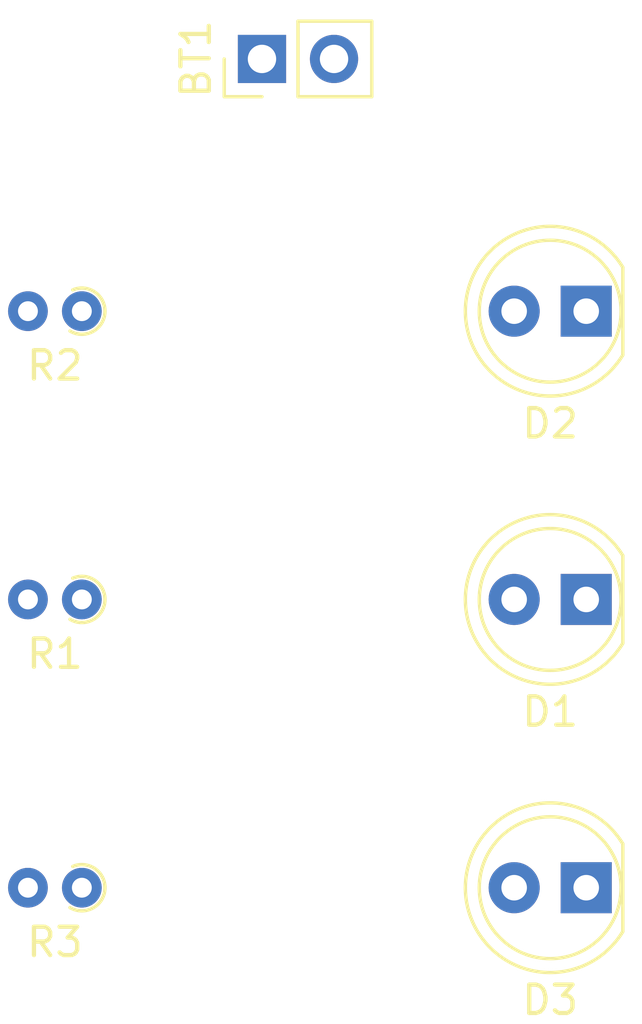
<source format=kicad_pcb>
(kicad_pcb (version 20171130) (host pcbnew "(5.1.10-1-10_14)")

  (general
    (thickness 1.6)
    (drawings 0)
    (tracks 0)
    (zones 0)
    (modules 7)
    (nets 6)
  )

  (page A4)
  (layers
    (0 F.Cu signal)
    (31 B.Cu signal)
    (32 B.Adhes user)
    (33 F.Adhes user)
    (34 B.Paste user)
    (35 F.Paste user)
    (36 B.SilkS user)
    (37 F.SilkS user)
    (38 B.Mask user)
    (39 F.Mask user)
    (40 Dwgs.User user)
    (41 Cmts.User user)
    (42 Eco1.User user)
    (43 Eco2.User user)
    (44 Edge.Cuts user)
    (45 Margin user)
    (46 B.CrtYd user)
    (47 F.CrtYd user)
    (48 B.Fab user)
    (49 F.Fab user)
  )

  (setup
    (last_trace_width 0.25)
    (trace_clearance 0.2)
    (zone_clearance 0.508)
    (zone_45_only no)
    (trace_min 0.2)
    (via_size 0.8)
    (via_drill 0.4)
    (via_min_size 0.4)
    (via_min_drill 0.3)
    (uvia_size 0.3)
    (uvia_drill 0.1)
    (uvias_allowed no)
    (uvia_min_size 0.2)
    (uvia_min_drill 0.1)
    (edge_width 0.05)
    (segment_width 0.2)
    (pcb_text_width 0.3)
    (pcb_text_size 1.5 1.5)
    (mod_edge_width 0.12)
    (mod_text_size 1 1)
    (mod_text_width 0.15)
    (pad_size 1.524 1.524)
    (pad_drill 0.762)
    (pad_to_mask_clearance 0)
    (aux_axis_origin 0 0)
    (visible_elements FFFFFF7F)
    (pcbplotparams
      (layerselection 0x010fc_ffffffff)
      (usegerberextensions false)
      (usegerberattributes true)
      (usegerberadvancedattributes true)
      (creategerberjobfile true)
      (excludeedgelayer true)
      (linewidth 0.100000)
      (plotframeref false)
      (viasonmask false)
      (mode 1)
      (useauxorigin false)
      (hpglpennumber 1)
      (hpglpenspeed 20)
      (hpglpendiameter 15.000000)
      (psnegative false)
      (psa4output false)
      (plotreference true)
      (plotvalue true)
      (plotinvisibletext false)
      (padsonsilk false)
      (subtractmaskfromsilk false)
      (outputformat 1)
      (mirror false)
      (drillshape 1)
      (scaleselection 1)
      (outputdirectory ""))
  )

  (net 0 "")
  (net 1 "Net-(D1-Pad2)")
  (net 2 "Net-(D2-Pad2)")
  (net 3 "Net-(D3-Pad2)")
  (net 4 "Net-(BT1-Pad1)")
  (net 5 "Net-(BT1-Pad2)")

  (net_class Default "This is the default net class."
    (clearance 0.2)
    (trace_width 0.25)
    (via_dia 0.8)
    (via_drill 0.4)
    (uvia_dia 0.3)
    (uvia_drill 0.1)
    (add_net "Net-(BT1-Pad1)")
    (add_net "Net-(BT1-Pad2)")
    (add_net "Net-(D1-Pad2)")
    (add_net "Net-(D2-Pad2)")
    (add_net "Net-(D3-Pad2)")
  )

  (module LED_THT:LED_D5.0mm (layer F.Cu) (tedit 5995936A) (tstamp 60B7FE45)
    (at 154.94 81.28 180)
    (descr "LED, diameter 5.0mm, 2 pins, http://cdn-reichelt.de/documents/datenblatt/A500/LL-504BC2E-009.pdf")
    (tags "LED diameter 5.0mm 2 pins")
    (path /60B7B905)
    (fp_text reference D1 (at 1.27 -3.96) (layer F.SilkS)
      (effects (font (size 1 1) (thickness 0.15)))
    )
    (fp_text value LED (at 1.27 3.96) (layer F.Fab)
      (effects (font (size 1 1) (thickness 0.15)))
    )
    (fp_circle (center 1.27 0) (end 3.77 0) (layer F.Fab) (width 0.1))
    (fp_circle (center 1.27 0) (end 3.77 0) (layer F.SilkS) (width 0.12))
    (fp_line (start -1.23 -1.469694) (end -1.23 1.469694) (layer F.Fab) (width 0.1))
    (fp_line (start -1.29 -1.545) (end -1.29 1.545) (layer F.SilkS) (width 0.12))
    (fp_line (start -1.95 -3.25) (end -1.95 3.25) (layer F.CrtYd) (width 0.05))
    (fp_line (start -1.95 3.25) (end 4.5 3.25) (layer F.CrtYd) (width 0.05))
    (fp_line (start 4.5 3.25) (end 4.5 -3.25) (layer F.CrtYd) (width 0.05))
    (fp_line (start 4.5 -3.25) (end -1.95 -3.25) (layer F.CrtYd) (width 0.05))
    (fp_arc (start 1.27 0) (end -1.23 -1.469694) (angle 299.1) (layer F.Fab) (width 0.1))
    (fp_arc (start 1.27 0) (end -1.29 -1.54483) (angle 148.9) (layer F.SilkS) (width 0.12))
    (fp_arc (start 1.27 0) (end -1.29 1.54483) (angle -148.9) (layer F.SilkS) (width 0.12))
    (fp_text user %R (at 1.25 0) (layer F.Fab)
      (effects (font (size 0.8 0.8) (thickness 0.2)))
    )
    (pad 1 thru_hole rect (at 0 0 180) (size 1.8 1.8) (drill 0.9) (layers *.Cu *.Mask)
      (net 5 "Net-(BT1-Pad2)"))
    (pad 2 thru_hole circle (at 2.54 0 180) (size 1.8 1.8) (drill 0.9) (layers *.Cu *.Mask)
      (net 1 "Net-(D1-Pad2)"))
    (model ${KICAD6_3DMODEL_DIR}/LED_THT.3dshapes/LED_D5.0mm.wrl
      (at (xyz 0 0 0))
      (scale (xyz 1 1 1))
      (rotate (xyz 0 0 0))
    )
  )

  (module LED_THT:LED_D5.0mm (layer F.Cu) (tedit 5995936A) (tstamp 60B7FE57)
    (at 154.94 71.12 180)
    (descr "LED, diameter 5.0mm, 2 pins, http://cdn-reichelt.de/documents/datenblatt/A500/LL-504BC2E-009.pdf")
    (tags "LED diameter 5.0mm 2 pins")
    (path /60B7F8B0)
    (fp_text reference D2 (at 1.27 -3.96) (layer F.SilkS)
      (effects (font (size 1 1) (thickness 0.15)))
    )
    (fp_text value LED (at 1.27 3.96) (layer F.Fab)
      (effects (font (size 1 1) (thickness 0.15)))
    )
    (fp_line (start 4.5 -3.25) (end -1.95 -3.25) (layer F.CrtYd) (width 0.05))
    (fp_line (start 4.5 3.25) (end 4.5 -3.25) (layer F.CrtYd) (width 0.05))
    (fp_line (start -1.95 3.25) (end 4.5 3.25) (layer F.CrtYd) (width 0.05))
    (fp_line (start -1.95 -3.25) (end -1.95 3.25) (layer F.CrtYd) (width 0.05))
    (fp_line (start -1.29 -1.545) (end -1.29 1.545) (layer F.SilkS) (width 0.12))
    (fp_line (start -1.23 -1.469694) (end -1.23 1.469694) (layer F.Fab) (width 0.1))
    (fp_circle (center 1.27 0) (end 3.77 0) (layer F.SilkS) (width 0.12))
    (fp_circle (center 1.27 0) (end 3.77 0) (layer F.Fab) (width 0.1))
    (fp_text user %R (at 1.25 0) (layer F.Fab)
      (effects (font (size 0.8 0.8) (thickness 0.2)))
    )
    (fp_arc (start 1.27 0) (end -1.29 1.54483) (angle -148.9) (layer F.SilkS) (width 0.12))
    (fp_arc (start 1.27 0) (end -1.29 -1.54483) (angle 148.9) (layer F.SilkS) (width 0.12))
    (fp_arc (start 1.27 0) (end -1.23 -1.469694) (angle 299.1) (layer F.Fab) (width 0.1))
    (pad 2 thru_hole circle (at 2.54 0 180) (size 1.8 1.8) (drill 0.9) (layers *.Cu *.Mask)
      (net 2 "Net-(D2-Pad2)"))
    (pad 1 thru_hole rect (at 0 0 180) (size 1.8 1.8) (drill 0.9) (layers *.Cu *.Mask)
      (net 5 "Net-(BT1-Pad2)"))
    (model ${KICAD6_3DMODEL_DIR}/LED_THT.3dshapes/LED_D5.0mm.wrl
      (at (xyz 0 0 0))
      (scale (xyz 1 1 1))
      (rotate (xyz 0 0 0))
    )
  )

  (module LED_THT:LED_D5.0mm (layer F.Cu) (tedit 5995936A) (tstamp 60B7FE69)
    (at 154.94 91.44 180)
    (descr "LED, diameter 5.0mm, 2 pins, http://cdn-reichelt.de/documents/datenblatt/A500/LL-504BC2E-009.pdf")
    (tags "LED diameter 5.0mm 2 pins")
    (path /60B7FFC9)
    (fp_text reference D3 (at 1.27 -3.96) (layer F.SilkS)
      (effects (font (size 1 1) (thickness 0.15)))
    )
    (fp_text value LED (at 1.27 3.96) (layer F.Fab)
      (effects (font (size 1 1) (thickness 0.15)))
    )
    (fp_circle (center 1.27 0) (end 3.77 0) (layer F.Fab) (width 0.1))
    (fp_circle (center 1.27 0) (end 3.77 0) (layer F.SilkS) (width 0.12))
    (fp_line (start -1.23 -1.469694) (end -1.23 1.469694) (layer F.Fab) (width 0.1))
    (fp_line (start -1.29 -1.545) (end -1.29 1.545) (layer F.SilkS) (width 0.12))
    (fp_line (start -1.95 -3.25) (end -1.95 3.25) (layer F.CrtYd) (width 0.05))
    (fp_line (start -1.95 3.25) (end 4.5 3.25) (layer F.CrtYd) (width 0.05))
    (fp_line (start 4.5 3.25) (end 4.5 -3.25) (layer F.CrtYd) (width 0.05))
    (fp_line (start 4.5 -3.25) (end -1.95 -3.25) (layer F.CrtYd) (width 0.05))
    (fp_arc (start 1.27 0) (end -1.23 -1.469694) (angle 299.1) (layer F.Fab) (width 0.1))
    (fp_arc (start 1.27 0) (end -1.29 -1.54483) (angle 148.9) (layer F.SilkS) (width 0.12))
    (fp_arc (start 1.27 0) (end -1.29 1.54483) (angle -148.9) (layer F.SilkS) (width 0.12))
    (fp_text user %R (at 1.25 0) (layer F.Fab)
      (effects (font (size 0.8 0.8) (thickness 0.2)))
    )
    (pad 1 thru_hole rect (at 0 0 180) (size 1.8 1.8) (drill 0.9) (layers *.Cu *.Mask)
      (net 5 "Net-(BT1-Pad2)"))
    (pad 2 thru_hole circle (at 2.54 0 180) (size 1.8 1.8) (drill 0.9) (layers *.Cu *.Mask)
      (net 3 "Net-(D3-Pad2)"))
    (model ${KICAD6_3DMODEL_DIR}/LED_THT.3dshapes/LED_D5.0mm.wrl
      (at (xyz 0 0 0))
      (scale (xyz 1 1 1))
      (rotate (xyz 0 0 0))
    )
  )

  (module Resistor_THT:R_Axial_DIN0204_L3.6mm_D1.6mm_P1.90mm_Vertical (layer F.Cu) (tedit 5AE5139B) (tstamp 60B7FE77)
    (at 137.16 81.28 180)
    (descr "Resistor, Axial_DIN0204 series, Axial, Vertical, pin pitch=1.9mm, 0.167W, length*diameter=3.6*1.6mm^2, http://cdn-reichelt.de/documents/datenblatt/B400/1_4W%23YAG.pdf")
    (tags "Resistor Axial_DIN0204 series Axial Vertical pin pitch 1.9mm 0.167W length 3.6mm diameter 1.6mm")
    (path /60B79FF2)
    (fp_text reference R1 (at 0.95 -1.92) (layer F.SilkS)
      (effects (font (size 1 1) (thickness 0.15)))
    )
    (fp_text value "1 k" (at 0.95 1.92) (layer F.Fab)
      (effects (font (size 1 1) (thickness 0.15)))
    )
    (fp_circle (center 0 0) (end 0.8 0) (layer F.Fab) (width 0.1))
    (fp_line (start 0 0) (end 1.9 0) (layer F.Fab) (width 0.1))
    (fp_line (start -1.05 -1.05) (end -1.05 1.05) (layer F.CrtYd) (width 0.05))
    (fp_line (start -1.05 1.05) (end 2.86 1.05) (layer F.CrtYd) (width 0.05))
    (fp_line (start 2.86 1.05) (end 2.86 -1.05) (layer F.CrtYd) (width 0.05))
    (fp_line (start 2.86 -1.05) (end -1.05 -1.05) (layer F.CrtYd) (width 0.05))
    (fp_arc (start 0 0) (end 0.417133 -0.7) (angle -233.92106) (layer F.SilkS) (width 0.12))
    (fp_text user %R (at 0.95 -1.92) (layer F.Fab)
      (effects (font (size 1 1) (thickness 0.15)))
    )
    (pad 1 thru_hole circle (at 0 0 180) (size 1.4 1.4) (drill 0.7) (layers *.Cu *.Mask)
      (net 1 "Net-(D1-Pad2)"))
    (pad 2 thru_hole oval (at 1.9 0 180) (size 1.4 1.4) (drill 0.7) (layers *.Cu *.Mask)
      (net 4 "Net-(BT1-Pad1)"))
    (model ${KICAD6_3DMODEL_DIR}/Resistor_THT.3dshapes/R_Axial_DIN0204_L3.6mm_D1.6mm_P1.90mm_Vertical.wrl
      (at (xyz 0 0 0))
      (scale (xyz 1 1 1))
      (rotate (xyz 0 0 0))
    )
  )

  (module Resistor_THT:R_Axial_DIN0204_L3.6mm_D1.6mm_P1.90mm_Vertical (layer F.Cu) (tedit 5AE5139B) (tstamp 60B7FE85)
    (at 137.16 71.12 180)
    (descr "Resistor, Axial_DIN0204 series, Axial, Vertical, pin pitch=1.9mm, 0.167W, length*diameter=3.6*1.6mm^2, http://cdn-reichelt.de/documents/datenblatt/B400/1_4W%23YAG.pdf")
    (tags "Resistor Axial_DIN0204 series Axial Vertical pin pitch 1.9mm 0.167W length 3.6mm diameter 1.6mm")
    (path /60B7A918)
    (fp_text reference R2 (at 0.95 -1.92) (layer F.SilkS)
      (effects (font (size 1 1) (thickness 0.15)))
    )
    (fp_text value "1 k" (at 0.95 1.92) (layer F.Fab)
      (effects (font (size 1 1) (thickness 0.15)))
    )
    (fp_line (start 2.86 -1.05) (end -1.05 -1.05) (layer F.CrtYd) (width 0.05))
    (fp_line (start 2.86 1.05) (end 2.86 -1.05) (layer F.CrtYd) (width 0.05))
    (fp_line (start -1.05 1.05) (end 2.86 1.05) (layer F.CrtYd) (width 0.05))
    (fp_line (start -1.05 -1.05) (end -1.05 1.05) (layer F.CrtYd) (width 0.05))
    (fp_line (start 0 0) (end 1.9 0) (layer F.Fab) (width 0.1))
    (fp_circle (center 0 0) (end 0.8 0) (layer F.Fab) (width 0.1))
    (fp_text user %R (at 0.95 -1.92) (layer F.Fab)
      (effects (font (size 1 1) (thickness 0.15)))
    )
    (fp_arc (start 0 0) (end 0.417133 -0.7) (angle -233.92106) (layer F.SilkS) (width 0.12))
    (pad 2 thru_hole oval (at 1.9 0 180) (size 1.4 1.4) (drill 0.7) (layers *.Cu *.Mask)
      (net 4 "Net-(BT1-Pad1)"))
    (pad 1 thru_hole circle (at 0 0 180) (size 1.4 1.4) (drill 0.7) (layers *.Cu *.Mask)
      (net 2 "Net-(D2-Pad2)"))
    (model ${KICAD6_3DMODEL_DIR}/Resistor_THT.3dshapes/R_Axial_DIN0204_L3.6mm_D1.6mm_P1.90mm_Vertical.wrl
      (at (xyz 0 0 0))
      (scale (xyz 1 1 1))
      (rotate (xyz 0 0 0))
    )
  )

  (module Resistor_THT:R_Axial_DIN0204_L3.6mm_D1.6mm_P1.90mm_Vertical (layer F.Cu) (tedit 5AE5139B) (tstamp 60B7FE93)
    (at 137.16 91.44 180)
    (descr "Resistor, Axial_DIN0204 series, Axial, Vertical, pin pitch=1.9mm, 0.167W, length*diameter=3.6*1.6mm^2, http://cdn-reichelt.de/documents/datenblatt/B400/1_4W%23YAG.pdf")
    (tags "Resistor Axial_DIN0204 series Axial Vertical pin pitch 1.9mm 0.167W length 3.6mm diameter 1.6mm")
    (path /60B7AF1E)
    (fp_text reference R3 (at 0.95 -1.92) (layer F.SilkS)
      (effects (font (size 1 1) (thickness 0.15)))
    )
    (fp_text value "1 k" (at 0.95 1.92) (layer F.Fab)
      (effects (font (size 1 1) (thickness 0.15)))
    )
    (fp_circle (center 0 0) (end 0.8 0) (layer F.Fab) (width 0.1))
    (fp_line (start 0 0) (end 1.9 0) (layer F.Fab) (width 0.1))
    (fp_line (start -1.05 -1.05) (end -1.05 1.05) (layer F.CrtYd) (width 0.05))
    (fp_line (start -1.05 1.05) (end 2.86 1.05) (layer F.CrtYd) (width 0.05))
    (fp_line (start 2.86 1.05) (end 2.86 -1.05) (layer F.CrtYd) (width 0.05))
    (fp_line (start 2.86 -1.05) (end -1.05 -1.05) (layer F.CrtYd) (width 0.05))
    (fp_arc (start 0 0) (end 0.417133 -0.7) (angle -233.92106) (layer F.SilkS) (width 0.12))
    (fp_text user %R (at 0.95 -1.92) (layer F.Fab)
      (effects (font (size 1 1) (thickness 0.15)))
    )
    (pad 1 thru_hole circle (at 0 0 180) (size 1.4 1.4) (drill 0.7) (layers *.Cu *.Mask)
      (net 3 "Net-(D3-Pad2)"))
    (pad 2 thru_hole oval (at 1.9 0 180) (size 1.4 1.4) (drill 0.7) (layers *.Cu *.Mask)
      (net 4 "Net-(BT1-Pad1)"))
    (model ${KICAD6_3DMODEL_DIR}/Resistor_THT.3dshapes/R_Axial_DIN0204_L3.6mm_D1.6mm_P1.90mm_Vertical.wrl
      (at (xyz 0 0 0))
      (scale (xyz 1 1 1))
      (rotate (xyz 0 0 0))
    )
  )

  (module Connector_PinHeader_2.54mm:PinHeader_1x02_P2.54mm_Vertical (layer F.Cu) (tedit 59FED5CC) (tstamp 60B809AD)
    (at 143.51 62.23 90)
    (descr "Through hole straight pin header, 1x02, 2.54mm pitch, single row")
    (tags "Through hole pin header THT 1x02 2.54mm single row")
    (path /60B8B403)
    (fp_text reference BT1 (at 0 -2.33 90) (layer F.SilkS)
      (effects (font (size 1 1) (thickness 0.15)))
    )
    (fp_text value "3.3 v" (at 0 4.87 90) (layer F.Fab)
      (effects (font (size 1 1) (thickness 0.15)))
    )
    (fp_line (start 1.8 -1.8) (end -1.8 -1.8) (layer F.CrtYd) (width 0.05))
    (fp_line (start 1.8 4.35) (end 1.8 -1.8) (layer F.CrtYd) (width 0.05))
    (fp_line (start -1.8 4.35) (end 1.8 4.35) (layer F.CrtYd) (width 0.05))
    (fp_line (start -1.8 -1.8) (end -1.8 4.35) (layer F.CrtYd) (width 0.05))
    (fp_line (start -1.33 -1.33) (end 0 -1.33) (layer F.SilkS) (width 0.12))
    (fp_line (start -1.33 0) (end -1.33 -1.33) (layer F.SilkS) (width 0.12))
    (fp_line (start -1.33 1.27) (end 1.33 1.27) (layer F.SilkS) (width 0.12))
    (fp_line (start 1.33 1.27) (end 1.33 3.87) (layer F.SilkS) (width 0.12))
    (fp_line (start -1.33 1.27) (end -1.33 3.87) (layer F.SilkS) (width 0.12))
    (fp_line (start -1.33 3.87) (end 1.33 3.87) (layer F.SilkS) (width 0.12))
    (fp_line (start -1.27 -0.635) (end -0.635 -1.27) (layer F.Fab) (width 0.1))
    (fp_line (start -1.27 3.81) (end -1.27 -0.635) (layer F.Fab) (width 0.1))
    (fp_line (start 1.27 3.81) (end -1.27 3.81) (layer F.Fab) (width 0.1))
    (fp_line (start 1.27 -1.27) (end 1.27 3.81) (layer F.Fab) (width 0.1))
    (fp_line (start -0.635 -1.27) (end 1.27 -1.27) (layer F.Fab) (width 0.1))
    (fp_text user %R (at 0 1.27) (layer F.Fab)
      (effects (font (size 1 1) (thickness 0.15)))
    )
    (pad 1 thru_hole rect (at 0 0 90) (size 1.7 1.7) (drill 1) (layers *.Cu *.Mask)
      (net 4 "Net-(BT1-Pad1)"))
    (pad 2 thru_hole oval (at 0 2.54 90) (size 1.7 1.7) (drill 1) (layers *.Cu *.Mask)
      (net 5 "Net-(BT1-Pad2)"))
    (model ${KICAD6_3DMODEL_DIR}/Connector_PinHeader_2.54mm.3dshapes/PinHeader_1x02_P2.54mm_Vertical.wrl
      (at (xyz 0 0 0))
      (scale (xyz 1 1 1))
      (rotate (xyz 0 0 0))
    )
  )

)

</source>
